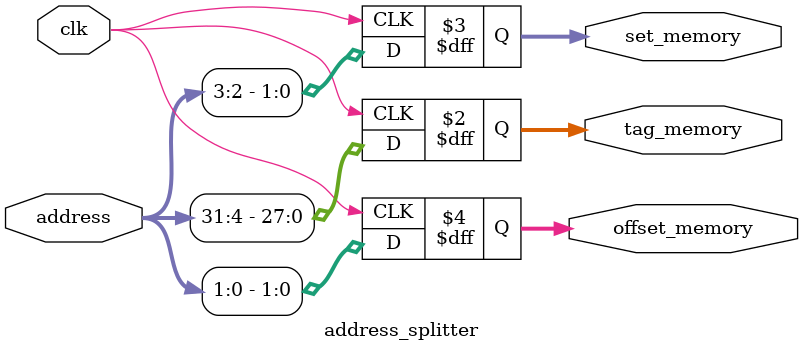
<source format=v>
module address_splitter(
    input clk,
    input [31:0]address,
    output reg [27:0]tag_memory,
    output reg [1:0] set_memory,
    output reg [1:0]offset_memory
);
    always @(posedge clk) begin
        tag_memory    = address[31:4];
        set_memory    = address[3:2];
        offset_memory = address[1:0];
    end
endmodule 

</source>
